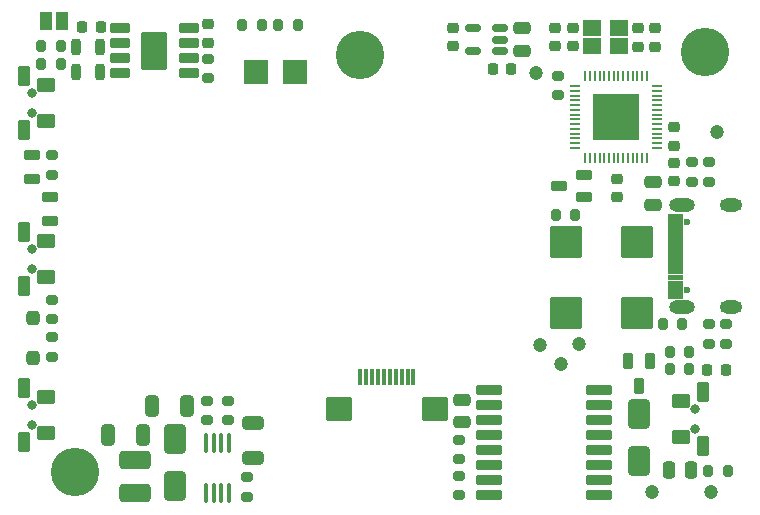
<source format=gbr>
%TF.GenerationSoftware,KiCad,Pcbnew,7.0.9*%
%TF.CreationDate,2024-04-18T22:58:55+03:00*%
%TF.ProjectId,DRM_Watch_V3,44524d5f-5761-4746-9368-5f56332e6b69,rev?*%
%TF.SameCoordinates,Original*%
%TF.FileFunction,Soldermask,Top*%
%TF.FilePolarity,Negative*%
%FSLAX46Y46*%
G04 Gerber Fmt 4.6, Leading zero omitted, Abs format (unit mm)*
G04 Created by KiCad (PCBNEW 7.0.9) date 2024-04-18 22:58:55*
%MOMM*%
%LPD*%
G01*
G04 APERTURE LIST*
G04 Aperture macros list*
%AMRoundRect*
0 Rectangle with rounded corners*
0 $1 Rounding radius*
0 $2 $3 $4 $5 $6 $7 $8 $9 X,Y pos of 4 corners*
0 Add a 4 corners polygon primitive as box body*
4,1,4,$2,$3,$4,$5,$6,$7,$8,$9,$2,$3,0*
0 Add four circle primitives for the rounded corners*
1,1,$1+$1,$2,$3*
1,1,$1+$1,$4,$5*
1,1,$1+$1,$6,$7*
1,1,$1+$1,$8,$9*
0 Add four rect primitives between the rounded corners*
20,1,$1+$1,$2,$3,$4,$5,0*
20,1,$1+$1,$4,$5,$6,$7,0*
20,1,$1+$1,$6,$7,$8,$9,0*
20,1,$1+$1,$8,$9,$2,$3,0*%
G04 Aperture macros list end*
%ADD10C,0.010000*%
%ADD11RoundRect,0.200000X0.275000X-0.200000X0.275000X0.200000X-0.275000X0.200000X-0.275000X-0.200000X0*%
%ADD12RoundRect,0.350000X0.250000X-0.250000X0.250000X0.250000X-0.250000X0.250000X-0.250000X-0.250000X0*%
%ADD13RoundRect,0.250000X-0.650000X0.325000X-0.650000X-0.325000X0.650000X-0.325000X0.650000X0.325000X0*%
%ADD14RoundRect,0.102000X1.250000X1.250000X-1.250000X1.250000X-1.250000X-1.250000X1.250000X-1.250000X0*%
%ADD15RoundRect,0.200000X-0.275000X0.200000X-0.275000X-0.200000X0.275000X-0.200000X0.275000X0.200000X0*%
%ADD16C,1.200000*%
%ADD17C,4.100000*%
%ADD18RoundRect,0.200000X-0.200000X-0.275000X0.200000X-0.275000X0.200000X0.275000X-0.200000X0.275000X0*%
%ADD19RoundRect,0.225000X0.250000X-0.225000X0.250000X0.225000X-0.250000X0.225000X-0.250000X-0.225000X0*%
%ADD20RoundRect,0.225000X-0.250000X0.225000X-0.250000X-0.225000X0.250000X-0.225000X0.250000X0.225000X0*%
%ADD21RoundRect,0.200000X0.200000X0.500000X-0.200000X0.500000X-0.200000X-0.500000X0.200000X-0.500000X0*%
%ADD22RoundRect,0.102000X-0.635000X0.450000X-0.635000X-0.450000X0.635000X-0.450000X0.635000X0.450000X0*%
%ADD23RoundRect,0.102000X-0.400000X0.725000X-0.400000X-0.725000X0.400000X-0.725000X0.400000X0.725000X0*%
%ADD24C,0.800000*%
%ADD25RoundRect,0.250000X0.475000X-0.250000X0.475000X0.250000X-0.475000X0.250000X-0.475000X-0.250000X0*%
%ADD26RoundRect,0.144000X0.573000X0.258000X-0.573000X0.258000X-0.573000X-0.258000X0.573000X-0.258000X0*%
%ADD27RoundRect,0.050000X-1.000000X-1.000000X1.000000X-1.000000X1.000000X1.000000X-1.000000X1.000000X0*%
%ADD28RoundRect,0.102000X0.750000X-0.330200X0.750000X0.330200X-0.750000X0.330200X-0.750000X-0.330200X0*%
%ADD29RoundRect,0.102000X1.000000X-1.500000X1.000000X1.500000X-1.000000X1.500000X-1.000000X-1.500000X0*%
%ADD30RoundRect,0.250000X-0.650000X1.000000X-0.650000X-1.000000X0.650000X-1.000000X0.650000X1.000000X0*%
%ADD31RoundRect,0.050000X-0.150000X-0.650000X0.150000X-0.650000X0.150000X0.650000X-0.150000X0.650000X0*%
%ADD32RoundRect,0.102000X-1.000000X-0.900000X1.000000X-0.900000X1.000000X0.900000X-1.000000X0.900000X0*%
%ADD33RoundRect,0.225000X0.225000X0.250000X-0.225000X0.250000X-0.225000X-0.250000X0.225000X-0.250000X0*%
%ADD34RoundRect,0.250000X-0.250000X-0.475000X0.250000X-0.475000X0.250000X0.475000X-0.250000X0.475000X0*%
%ADD35R,1.000000X1.500000*%
%ADD36RoundRect,0.225000X-0.225000X-0.250000X0.225000X-0.250000X0.225000X0.250000X-0.225000X0.250000X0*%
%ADD37RoundRect,0.143300X0.983700X0.253700X-0.983700X0.253700X-0.983700X-0.253700X0.983700X-0.253700X0*%
%ADD38RoundRect,0.200000X-0.500000X0.200000X-0.500000X-0.200000X0.500000X-0.200000X0.500000X0.200000X0*%
%ADD39RoundRect,0.100000X-0.100000X0.712500X-0.100000X-0.712500X0.100000X-0.712500X0.100000X0.712500X0*%
%ADD40RoundRect,0.200000X0.200000X0.275000X-0.200000X0.275000X-0.200000X-0.275000X0.200000X-0.275000X0*%
%ADD41RoundRect,0.250000X0.325000X0.650000X-0.325000X0.650000X-0.325000X-0.650000X0.325000X-0.650000X0*%
%ADD42RoundRect,0.150000X0.512500X0.150000X-0.512500X0.150000X-0.512500X-0.150000X0.512500X-0.150000X0*%
%ADD43RoundRect,0.102000X0.635000X-0.450000X0.635000X0.450000X-0.635000X0.450000X-0.635000X-0.450000X0*%
%ADD44RoundRect,0.102000X0.400000X-0.725000X0.400000X0.725000X-0.400000X0.725000X-0.400000X-0.725000X0*%
%ADD45RoundRect,0.320000X1.005000X-0.480000X1.005000X0.480000X-1.005000X0.480000X-1.005000X-0.480000X0*%
%ADD46RoundRect,0.144000X-0.258000X0.573000X-0.258000X-0.573000X0.258000X-0.573000X0.258000X0.573000X0*%
%ADD47C,0.600000*%
%ADD48O,2.204000X1.104000*%
%ADD49O,1.904000X1.104000*%
%ADD50RoundRect,0.010000X0.750000X-0.600000X0.750000X0.600000X-0.750000X0.600000X-0.750000X-0.600000X0*%
%ADD51RoundRect,0.200000X0.500000X-0.200000X0.500000X0.200000X-0.500000X0.200000X-0.500000X-0.200000X0*%
%ADD52RoundRect,0.050000X-0.350000X-0.050000X0.350000X-0.050000X0.350000X0.050000X-0.350000X0.050000X0*%
%ADD53RoundRect,0.050000X-0.050000X-0.350000X0.050000X-0.350000X0.050000X0.350000X-0.050000X0.350000X0*%
%ADD54R,4.000000X4.000000*%
G04 APERTURE END LIST*
%TO.C,J1*%
D10*
X122540000Y-68581000D02*
X121300000Y-68581000D01*
X121300000Y-67881000D01*
X122540000Y-67881000D01*
X122540000Y-68581000D01*
G36*
X122540000Y-68581000D02*
G01*
X121300000Y-68581000D01*
X121300000Y-67881000D01*
X122540000Y-67881000D01*
X122540000Y-68581000D01*
G37*
X122540000Y-67781000D02*
X121300000Y-67781000D01*
X121300000Y-67081000D01*
X122540000Y-67081000D01*
X122540000Y-67781000D01*
G36*
X122540000Y-67781000D02*
G01*
X121300000Y-67781000D01*
X121300000Y-67081000D01*
X122540000Y-67081000D01*
X122540000Y-67781000D01*
G37*
X122540000Y-66981000D02*
X121300000Y-66981000D01*
X121300000Y-66581000D01*
X122540000Y-66581000D01*
X122540000Y-66981000D01*
G36*
X122540000Y-66981000D02*
G01*
X121300000Y-66981000D01*
X121300000Y-66581000D01*
X122540000Y-66581000D01*
X122540000Y-66981000D01*
G37*
X122540000Y-66481000D02*
X121300000Y-66481000D01*
X121300000Y-66081000D01*
X122540000Y-66081000D01*
X122540000Y-66481000D01*
G36*
X122540000Y-66481000D02*
G01*
X121300000Y-66481000D01*
X121300000Y-66081000D01*
X122540000Y-66081000D01*
X122540000Y-66481000D01*
G37*
X122540000Y-65981000D02*
X121300000Y-65981000D01*
X121300000Y-65581000D01*
X122540000Y-65581000D01*
X122540000Y-65981000D01*
G36*
X122540000Y-65981000D02*
G01*
X121300000Y-65981000D01*
X121300000Y-65581000D01*
X122540000Y-65581000D01*
X122540000Y-65981000D01*
G37*
X122540000Y-65481000D02*
X121300000Y-65481000D01*
X121300000Y-65081000D01*
X122540000Y-65081000D01*
X122540000Y-65481000D01*
G36*
X122540000Y-65481000D02*
G01*
X121300000Y-65481000D01*
X121300000Y-65081000D01*
X122540000Y-65081000D01*
X122540000Y-65481000D01*
G37*
X122540000Y-64981000D02*
X121300000Y-64981000D01*
X121300000Y-64581000D01*
X122540000Y-64581000D01*
X122540000Y-64981000D01*
G36*
X122540000Y-64981000D02*
G01*
X121300000Y-64981000D01*
X121300000Y-64581000D01*
X122540000Y-64581000D01*
X122540000Y-64981000D01*
G37*
X122540000Y-64481000D02*
X121300000Y-64481000D01*
X121300000Y-64081000D01*
X122540000Y-64081000D01*
X122540000Y-64481000D01*
G36*
X122540000Y-64481000D02*
G01*
X121300000Y-64481000D01*
X121300000Y-64081000D01*
X122540000Y-64081000D01*
X122540000Y-64481000D01*
G37*
X122540000Y-63981000D02*
X121300000Y-63981000D01*
X121300000Y-63581000D01*
X122540000Y-63581000D01*
X122540000Y-63981000D01*
G36*
X122540000Y-63981000D02*
G01*
X121300000Y-63981000D01*
X121300000Y-63581000D01*
X122540000Y-63581000D01*
X122540000Y-63981000D01*
G37*
X122540000Y-63481000D02*
X121300000Y-63481000D01*
X121300000Y-63081000D01*
X122540000Y-63081000D01*
X122540000Y-63481000D01*
G36*
X122540000Y-63481000D02*
G01*
X121300000Y-63481000D01*
X121300000Y-63081000D01*
X122540000Y-63081000D01*
X122540000Y-63481000D01*
G37*
X122540000Y-62981000D02*
X121300000Y-62981000D01*
X121300000Y-62281000D01*
X122540000Y-62281000D01*
X122540000Y-62981000D01*
G36*
X122540000Y-62981000D02*
G01*
X121300000Y-62981000D01*
X121300000Y-62281000D01*
X122540000Y-62281000D01*
X122540000Y-62981000D01*
G37*
X122540000Y-62181000D02*
X121300000Y-62181000D01*
X121300000Y-61481000D01*
X122540000Y-61481000D01*
X122540000Y-62181000D01*
G36*
X122540000Y-62181000D02*
G01*
X121300000Y-62181000D01*
X121300000Y-61481000D01*
X122540000Y-61481000D01*
X122540000Y-62181000D01*
G37*
%TD*%
D11*
%TO.C,R3*%
X124808302Y-72414727D03*
X124808302Y-70764727D03*
%TD*%
D12*
%TO.C,D2*%
X67564000Y-70260000D03*
X67564000Y-73660000D03*
%TD*%
D13*
%TO.C,C18*%
X86233000Y-79170000D03*
X86233000Y-82120000D03*
%TD*%
D14*
%TO.C,LS1*%
X118701681Y-63798319D03*
X118701681Y-69798319D03*
X112701681Y-69798319D03*
X112701681Y-63798319D03*
%TD*%
D15*
%TO.C,R14*%
X123333861Y-57059106D03*
X123333861Y-58709106D03*
%TD*%
D11*
%TO.C,R6*%
X69162006Y-73553422D03*
X69162006Y-71903422D03*
%TD*%
D16*
%TO.C,TP28*%
X110500000Y-72500000D03*
%TD*%
D17*
%TO.C,M2*%
X124460000Y-47752000D03*
%TD*%
D18*
%TO.C,R23*%
X124739793Y-83173225D03*
X126389793Y-83173225D03*
%TD*%
D19*
%TO.C,C5*%
X120267524Y-47275000D03*
X120267524Y-45725000D03*
%TD*%
D15*
%TO.C,R19*%
X103632000Y-80582000D03*
X103632000Y-82232000D03*
%TD*%
D20*
%TO.C,C15*%
X111787761Y-45686050D03*
X111787761Y-47236050D03*
%TD*%
D15*
%TO.C,R9*%
X82423000Y-48324000D03*
X82423000Y-49974000D03*
%TD*%
D21*
%TO.C,D3*%
X73267123Y-47343045D03*
X71235123Y-47343045D03*
%TD*%
D22*
%TO.C,S2*%
X68703000Y-63754000D03*
X68703000Y-66802000D03*
D23*
X66818000Y-62992000D03*
D24*
X67518000Y-64428000D03*
X67518000Y-66128000D03*
D23*
X66818000Y-67564000D03*
%TD*%
D25*
%TO.C,C9*%
X108991132Y-47638833D03*
X108991132Y-45738833D03*
%TD*%
D26*
%TO.C,Q1*%
X114190631Y-60049091D03*
X114190631Y-58149091D03*
X112070631Y-59099091D03*
%TD*%
D27*
%TO.C,BT1*%
X89789000Y-49403000D03*
X86487000Y-49403000D03*
%TD*%
D11*
%TO.C,R21*%
X85725000Y-85407000D03*
X85725000Y-83757000D03*
%TD*%
D19*
%TO.C,C6*%
X103149132Y-47238833D03*
X103149132Y-45688833D03*
%TD*%
D15*
%TO.C,R17*%
X84074000Y-77280000D03*
X84074000Y-78930000D03*
%TD*%
D20*
%TO.C,C4*%
X117000000Y-58500000D03*
X117000000Y-60050000D03*
%TD*%
D28*
%TO.C,U3*%
X80756446Y-49519595D03*
X80756446Y-48249595D03*
X80756446Y-46979595D03*
X80756446Y-45709595D03*
X74959234Y-45717485D03*
X74959234Y-46987485D03*
X74959234Y-48257485D03*
X74959234Y-49527485D03*
D29*
X77851000Y-47625000D03*
%TD*%
D30*
%TO.C,D6*%
X79629000Y-80518000D03*
X79629000Y-84518000D03*
%TD*%
D16*
%TO.C,TP41*%
X120000000Y-85000000D03*
%TD*%
D22*
%TO.C,S1*%
X68703000Y-50546000D03*
X68703000Y-53594000D03*
D23*
X66818000Y-49784000D03*
D24*
X67518000Y-51220000D03*
X67518000Y-52920000D03*
D23*
X66818000Y-54356000D03*
%TD*%
D19*
%TO.C,C12*%
X82415870Y-46949882D03*
X82415870Y-45399882D03*
%TD*%
D31*
%TO.C,J2*%
X95286000Y-75230000D03*
X95786000Y-75230000D03*
X96286000Y-75230000D03*
X96786000Y-75230000D03*
X97286000Y-75230000D03*
X97786000Y-75230000D03*
X98286000Y-75230000D03*
X98786000Y-75230000D03*
X99286000Y-75230000D03*
X99786000Y-75230000D03*
D32*
X93486000Y-77980000D03*
X101586000Y-77980000D03*
%TD*%
D19*
%TO.C,C7*%
X121821319Y-55660182D03*
X121821319Y-54110182D03*
%TD*%
D30*
%TO.C,D7*%
X118892631Y-78365111D03*
X118892631Y-82365111D03*
%TD*%
D33*
%TO.C,C14*%
X126220937Y-74622765D03*
X124670937Y-74622765D03*
%TD*%
D20*
%TO.C,C3*%
X118790503Y-45739216D03*
X118790503Y-47289216D03*
%TD*%
D34*
%TO.C,C19*%
X121405567Y-83127639D03*
X123305567Y-83127639D03*
%TD*%
D18*
%TO.C,R7*%
X68263000Y-47244000D03*
X69913000Y-47244000D03*
%TD*%
D22*
%TO.C,S4*%
X68703000Y-76962000D03*
X68703000Y-80010000D03*
D23*
X66818000Y-76200000D03*
D24*
X67518000Y-77636000D03*
X67518000Y-79336000D03*
D23*
X66818000Y-80772000D03*
%TD*%
D35*
%TO.C,JP1*%
X68692000Y-45085000D03*
X69992000Y-45085000D03*
%TD*%
D36*
%TO.C,C13*%
X106488411Y-49190065D03*
X108038411Y-49190065D03*
%TD*%
D37*
%TO.C,U4*%
X115526000Y-85217000D03*
X115526000Y-83947000D03*
X115526000Y-82677000D03*
X115526000Y-81407000D03*
X115526000Y-80137000D03*
X115526000Y-78867000D03*
X115526000Y-77597000D03*
X115526000Y-76327000D03*
X106216000Y-76327000D03*
X106216000Y-77597000D03*
X106216000Y-78867000D03*
X106216000Y-80137000D03*
X106216000Y-81407000D03*
X106216000Y-82677000D03*
X106216000Y-83947000D03*
X106216000Y-85217000D03*
%TD*%
D15*
%TO.C,R10*%
X69150351Y-68709964D03*
X69150351Y-70359964D03*
%TD*%
D25*
%TO.C,C10*%
X103886000Y-79055000D03*
X103886000Y-77155000D03*
%TD*%
D38*
%TO.C,D1*%
X67500000Y-56484000D03*
X67500000Y-58516000D03*
%TD*%
D33*
%TO.C,C11*%
X73292000Y-45593000D03*
X71742000Y-45593000D03*
%TD*%
D39*
%TO.C,U5*%
X84160000Y-80818500D03*
X83510000Y-80818500D03*
X82860000Y-80818500D03*
X82210000Y-80818500D03*
X82210000Y-85043500D03*
X82860000Y-85043500D03*
X83510000Y-85043500D03*
X84160000Y-85043500D03*
%TD*%
D20*
%TO.C,C2*%
X113258303Y-45680154D03*
X113258303Y-47230154D03*
%TD*%
D11*
%TO.C,R5*%
X69213058Y-58109281D03*
X69213058Y-56459281D03*
%TD*%
D18*
%TO.C,R22*%
X121482052Y-73126193D03*
X123132052Y-73126193D03*
%TD*%
%TO.C,R8*%
X68263000Y-48768000D03*
X69913000Y-48768000D03*
%TD*%
D16*
%TO.C,TP39*%
X112282436Y-74166863D03*
%TD*%
D40*
%TO.C,R4*%
X113501600Y-61560666D03*
X111851600Y-61560666D03*
%TD*%
D15*
%TO.C,R18*%
X82296000Y-77280000D03*
X82296000Y-78930000D03*
%TD*%
D41*
%TO.C,C16*%
X80596000Y-77724000D03*
X77646000Y-77724000D03*
%TD*%
D42*
%TO.C,U2*%
X107080632Y-47638833D03*
X107080632Y-46688833D03*
X107080632Y-45738833D03*
X104805632Y-45738833D03*
X104805632Y-47638833D03*
%TD*%
D16*
%TO.C,TP27*%
X110193874Y-49500000D03*
%TD*%
D17*
%TO.C,M3*%
X95250000Y-48006000D03*
%TD*%
D16*
%TO.C,TP40*%
X125000000Y-85000000D03*
%TD*%
D15*
%TO.C,R2*%
X126276156Y-70767624D03*
X126276156Y-72417624D03*
%TD*%
D43*
%TO.C,S3*%
X122452000Y-80352000D03*
X122452000Y-77304000D03*
D44*
X124337000Y-81114000D03*
D24*
X123637000Y-79678000D03*
X123637000Y-77978000D03*
D44*
X124337000Y-76542000D03*
%TD*%
D18*
%TO.C,R11*%
X85281000Y-45466000D03*
X86931000Y-45466000D03*
%TD*%
D45*
%TO.C,L1*%
X76200000Y-85093000D03*
X76200000Y-82293000D03*
%TD*%
D46*
%TO.C,Q2*%
X119849155Y-73870185D03*
X117949155Y-73870185D03*
X118899155Y-75990185D03*
%TD*%
D41*
%TO.C,C17*%
X76913000Y-80137000D03*
X73963000Y-80137000D03*
%TD*%
D15*
%TO.C,R15*%
X112031855Y-49735182D03*
X112031855Y-51385182D03*
%TD*%
D17*
%TO.C,M1*%
X71120000Y-83312000D03*
%TD*%
D47*
%TO.C,J1*%
X122990000Y-67921000D03*
X122990000Y-62141000D03*
D48*
X122500000Y-69356000D03*
X122500000Y-60706000D03*
D49*
X126670000Y-69356000D03*
X126670000Y-60706000D03*
%TD*%
D18*
%TO.C,R16*%
X121485176Y-74599188D03*
X123135176Y-74599188D03*
%TD*%
D11*
%TO.C,R13*%
X124805082Y-58708034D03*
X124805082Y-57058034D03*
%TD*%
D50*
%TO.C,Y1*%
X114877503Y-47188716D03*
X117163503Y-47188716D03*
X117163503Y-45664716D03*
X114877503Y-45664716D03*
%TD*%
D18*
%TO.C,R12*%
X88329000Y-45466000D03*
X89979000Y-45466000D03*
%TD*%
D11*
%TO.C,R20*%
X103632000Y-85280000D03*
X103632000Y-83630000D03*
%TD*%
D51*
%TO.C,D5*%
X69000000Y-62016000D03*
X69000000Y-59984000D03*
%TD*%
D20*
%TO.C,C8*%
X121821319Y-57110182D03*
X121821319Y-58660182D03*
%TD*%
D21*
%TO.C,D4*%
X73279000Y-49403000D03*
X71247000Y-49403000D03*
%TD*%
D18*
%TO.C,R1*%
X120874648Y-70794524D03*
X122524648Y-70794524D03*
%TD*%
D52*
%TO.C,U1*%
X113496319Y-50637182D03*
X113496319Y-51037182D03*
X113496319Y-51437182D03*
X113496319Y-51837182D03*
X113496319Y-52237182D03*
X113496319Y-52637182D03*
X113496319Y-53037182D03*
X113496319Y-53437182D03*
X113496319Y-53837182D03*
X113496319Y-54237182D03*
X113496319Y-54637182D03*
X113496319Y-55037182D03*
X113496319Y-55437182D03*
X113496319Y-55837182D03*
D53*
X114346319Y-56687182D03*
X114746319Y-56687182D03*
X115146319Y-56687182D03*
X115546319Y-56687182D03*
X115946319Y-56687182D03*
X116346319Y-56687182D03*
X116746319Y-56687182D03*
X117146319Y-56687182D03*
X117546319Y-56687182D03*
X117946319Y-56687182D03*
X118346319Y-56687182D03*
X118746319Y-56687182D03*
X119146319Y-56687182D03*
X119546319Y-56687182D03*
D52*
X120396319Y-55837182D03*
X120396319Y-55437182D03*
X120396319Y-55037182D03*
X120396319Y-54637182D03*
X120396319Y-54237182D03*
X120396319Y-53837182D03*
X120396319Y-53437182D03*
X120396319Y-53037182D03*
X120396319Y-52637182D03*
X120396319Y-52237182D03*
X120396319Y-51837182D03*
X120396319Y-51437182D03*
X120396319Y-51037182D03*
X120396319Y-50637182D03*
D53*
X119546319Y-49787182D03*
X119146319Y-49787182D03*
X118746319Y-49787182D03*
X118346319Y-49787182D03*
X117946319Y-49787182D03*
X117546319Y-49787182D03*
X117146319Y-49787182D03*
X116746319Y-49787182D03*
X116346319Y-49787182D03*
X115946319Y-49787182D03*
X115546319Y-49787182D03*
X115146319Y-49787182D03*
X114746319Y-49787182D03*
X114346319Y-49787182D03*
D54*
X116946319Y-53237182D03*
%TD*%
D25*
%TO.C,C1*%
X120078637Y-60668763D03*
X120078637Y-58768763D03*
%TD*%
D16*
%TO.C,TP36*%
X125500000Y-54500000D03*
%TD*%
%TO.C,TP8*%
X113788762Y-72480091D03*
%TD*%
M02*

</source>
